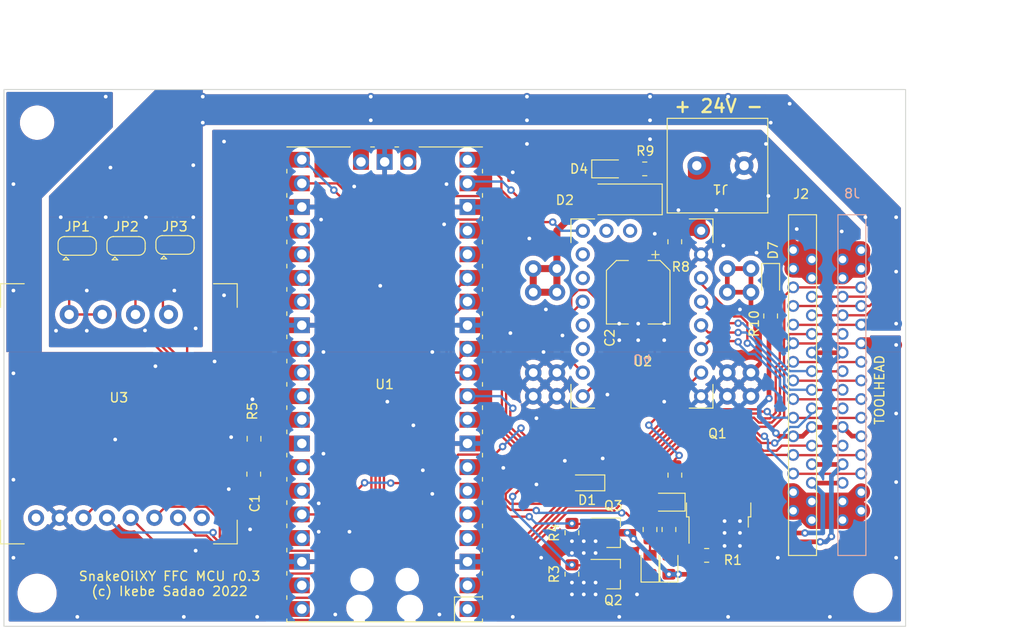
<source format=kicad_pcb>
(kicad_pcb (version 20211014) (generator pcbnew)
  (layers (0 "F.Cu" signal) (31 "B.Cu" signal) (34 "B.Paste" user) (35 "F.Paste" user) (36 "B.SilkS" user "B.Silkscreen") (37 "F.SilkS" user "F.Silkscreen") (38 "B.Mask" user) (39 "F.Mask" user) (44 "Edge.Cuts" user))
  (net 0 "")
  (net 1 "GND")
  (net 2 "+24V")
  (net 3 "HEATER_CTRL")
  (net 4 "HEATER_SW")
  (net 5 "HOTEND_FAN_CTRL")
  (net 6 "HOTEND_FAN_SW")
  (net 7 "PART_FAN_CTRL")
  (net 8 "PART_FAN_SW")
  (net 9 "+3V3")
  (net 10 "ADXL345_SDO")
  (net 11 "ADXL345_CS")
  (net 12 "ADXL345_SCL")
  (net 13 "ADXL345_SDA")
  (net 14 "E_EN")
  (net 15 "E_DIR")
  (net 16 "E_STEP")
  (net 17 "E_CS")
  (net 18 "X_HOME")
  (net 19 "+5V")
  (net 24 "STEPPER_B2")
  (net 25 "STEPPER_B1")
  (net 26 "STEPPER_A1")
  (net 27 "STEPPER_A2")
  (net 28 "Net-(D3-Pad2)")
  (net 29 "Net-(D4-Pad2)")
  (net 30 "Net-(D5-Pad2)")
  (net 31 "Net-(D6-Pad2)")
  (net 32 "PROBE_ZMIN_24V")
  (net 33 "PROBE_ZMIN")
  (net 34 "Net-(D7-Pad2)")
  (net 35 "GNDA")
  (net 36 "THERM_0")
  (net 37 "THERM_AUX_1")
  (net 38 "THERM_AUX_2")
  (net 39 "SERVO_NEOPIXEL")
  (net 40 "Net-(JP1-Pad1)")
  (net 41 "Net-(JP2-Pad1)")
  (net 42 "Net-(JP3-Pad1)")
  (net 43 "AUX1")
  (net 44 "AUX2")
  (net 45 "MAX31865_SDO")
  (net 46 "MAX31865_CS")
  (net 47 "MAX31865_CLK")
  (net 48 "MAX31865_SDI")
  (net 65 "NTC")
  (footprint "Diode_SMD:D_SMA_Handsoldering" (layer "F.Cu") (at 151.34 99.175 180)
    (fp_text reference "D2")
    (fp_text value "SMAJ28A")
  )
  (footprint "Package_TO_SOT_SMD:SOT-23_Handsoldering" (layer "F.Cu") (at 150.495 134.985)
    (fp_text reference "Q3")
    (fp_text value "PL4009")
  )
  (footprint "LED_SMD:LED_0805_2012Metric_Pad1.15x1.40mm_HandSolder" (layer "F.Cu") (at 156.337 131.699 180)
    (fp_text reference "D3" hide)
    (fp_text value "LED_0805")
  )
  (footprint "Package_TO_SOT_SMD:TO-252-2" (layer "F.Cu") (at 161.799 130.81 90)
    (fp_text reference "Q1")
    (fp_text value "WSF3085")
  )
  (footprint "MountingHole:MountingHole_3.2mm_M3" (layer "F.Cu") (at 178.37 141.478)
    (fp_text reference "REF**" hide)
    (fp_text value "MountingHole_3.2mm_M3" hide)
  )
  (footprint "ffc_connectors:motor_driver" (layer "F.Cu") (at 153.565 111.435)
    (fp_text reference "U2")
    (fp_text value "motor_driver")
  )
  (footprint "MountingHole:MountingHole_3.2mm_M3" (layer "F.Cu") (at 178.308 90.932)
    (fp_text reference "REF**" hide)
    (fp_text value "MountingHole_3.2mm_M3" hide)
  )
  (footprint "Resistor_SMD:R_0805_2012Metric_Pad1.20x1.40mm_HandSolder" (layer "F.Cu") (at 146.05 139.43 -90)
    (fp_text reference "R3")
    (fp_text value "100k")
  )
  (footprint "Jumper:SolderJumper-3_P1.3mm_Bridged12_RoundedPad1.0x1.5mm" (layer "F.Cu") (at 103.45 104.0675)
    (fp_text reference "JP3")
    (fp_text value "Jumper_3_Bridged12")
  )
  (footprint "Resistor_SMD:R_0805_2012Metric_Pad1.20x1.40mm_HandSolder" (layer "F.Cu") (at 154.432 134.636 -90)
    (fp_text reference "R6" hide)
    (fp_text value "4.7k")
  )
  (footprint "Resistor_SMD:R_0805_2012Metric_Pad1.20x1.40mm_HandSolder" (layer "F.Cu") (at 146.05 134.985 -90)
    (fp_text reference "R4")
    (fp_text value "100k")
  )
  (footprint "Jumper:SolderJumper-3_P1.3mm_Bridged12_RoundedPad1.0x1.5mm" (layer "F.Cu") (at 98.2 104.175)
    (fp_text reference "JP2")
    (fp_text value "Jumper_3_Bridged12")
  )
  (footprint "Capacitor_SMD:C_0805_2012Metric_Pad1.18x1.45mm_HandSolder" (layer "F.Cu") (at 111.93 124.8875 90)
    (fp_text reference "C1")
    (fp_text value "10u")
  )
  (footprint "Resistor_SMD:R_0805_2012Metric_Pad1.20x1.40mm_HandSolder" (layer "F.Cu") (at 160.512 137.414)
    (fp_text reference "R1")
    (fp_text value "100k")
  )
  (footprint "Jumper:SolderJumper-3_P1.3mm_Bridged12_RoundedPad1.0x1.5mm" (layer "F.Cu") (at 92.95 104.175)
    (fp_text reference "JP1")
    (fp_text value "Jumper_3_Bridged12")
  )
  (footprint "Diode_SMD:D_SOD-323_HandSoldering" (layer "F.Cu") (at 147.675 129.625 180)
    (fp_text reference "D1")
    (fp_text value "1N5819WS")
  )
  (footprint "ffc_connectors:ffc-30pin" (layer "F.Cu") (at 170.8 118.625 -90)
    (fp_text reference "J2")
    (fp_text value "Conn_01x30")
  )
  (footprint "LED_SMD:LED_0805_2012Metric_Pad1.15x1.40mm_HandSolder" (layer "F.Cu") (at 156.464 138.421 90)
    (fp_text reference "D6" hide)
    (fp_text value "LED_0805")
  )
  (footprint "Resistor_SMD:R_0805_2012Metric_Pad1.20x1.40mm_HandSolder" (layer "F.Cu") (at 111.9 128.69 90)
    (fp_text reference "R5")
    (fp_text value "4.7k")
  )
  (footprint "ffc_connectors:KF128-5.08" (layer "F.Cu") (at 161.99 95.55 180)
    (fp_text reference "J1")
    (fp_text value "KF128-5.08")
  )
  (footprint "LED_SMD:LED_0805_2012Metric_Pad1.15x1.40mm_HandSolder" (layer "F.Cu") (at 150.04 95.9)
    (fp_text reference "D4")
    (fp_text value "LED_0805")
  )
  (footprint "Resistor_SMD:R_0805_2012Metric_Pad1.20x1.40mm_HandSolder" (layer "F.Cu") (at 157.099 128.794 -90)
    (fp_text reference "R2" hide)
    (fp_text value "4.7k")
  )
  (footprint "LED_SMD:LED_0805_2012Metric_Pad1.15x1.40mm_HandSolder" (layer "F.Cu") (at 154.432 138.421 90)
    (fp_text reference "D5" hide)
    (fp_text value "LED_0805")
  )
  (footprint "RPi_Pico:RPi_Pico_SMD_TH" (layer "F.Cu") (at 125.95 119.045 180)
    (fp_text reference "U1")
    (fp_text value "Pico")
  )
  (footprint "MountingHole:MountingHole_3.2mm_M3" (layer "F.Cu") (at 88.646 141.478)
    (fp_text reference "REF**" hide)
    (fp_text value "MountingHole_3.2mm_M3" hide)
  )
  (footprint "Resistor_SMD:R_0805_2012Metric_Pad1.20x1.40mm_HandSolder" (layer "F.Cu") (at 167.3775 111.7 90)
    (fp_text reference "R10")
    (fp_text value "4.7k")
  )
  (footprint "Resistor_SMD:R_0805_2012Metric_Pad1.20x1.40mm_HandSolder" (layer "F.Cu") (at 153.865 95.9 180)
    (fp_text reference "R9")
    (fp_text value "10k")
  )
  (footprint "Resistor_SMD:R_0805_2012Metric_Pad1.20x1.40mm_HandSolder" (layer "F.Cu") (at 157.09 103.725 -90)
    (fp_text reference "R8")
    (fp_text value "100k")
  )
  (footprint "Package_TO_SOT_SMD:SOT-23_Handsoldering" (layer "F.Cu") (at 150.495 139.43)
    (fp_text reference "Q2")
    (fp_text value "PL4009")
  )
  (footprint "Resistor_SMD:R_0805_2012Metric_Pad1.20x1.40mm_HandSolder" (layer "F.Cu") (at 156.464 134.636 -90)
    (fp_text reference "R7" hide)
    (fp_text value "4.7k")
  )
  (footprint "Capacitor_SMD:CP_Elec_6.3x7.7" (layer "F.Cu") (at 153.165 109.15 -90)
    (fp_text reference "C2")
    (fp_text value "100u/35V")
  )
  (footprint "MountingHole:MountingHole_3.2mm_M3" (layer "F.Cu") (at 88.646 90.932)
    (fp_text reference "REF**" hide)
    (fp_text value "MountingHole_3.2mm_M3" hide)
  )
  (footprint "ffc_connectors:adafruit_max31865_module" (layer "F.Cu") (at 97.425 123.475)
    (fp_text reference "U3")
    (fp_text value "max31865_module")
  )
  (footprint "LED_SMD:LED_0805_2012Metric_Pad1.15x1.40mm_HandSolder" (layer "F.Cu") (at 167.3775 107.925 -90)
    (fp_text reference "D7")
    (fp_text value "LED_0805")
  )
  (footprint "ffc_connectors:dcdc_24v_5v_module" (layer "B.Cu") (at 153.581 113.467)
    (fp_text reference "U4")
    (fp_text value "dcdc_module")
  )
  (footprint "ffc_connectors:ffc-30pin" (layer "B.Cu") (at 176.1 118.625 -90)
    (fp_text reference "J8")
    (fp_text value "Conn_01x30")
  )
  (gr_rect (start 181.864 87.376) (end 85.09 145.034) (layer "Edge.Cuts") (width 0.1) (fill none))
  (gr_text "SnakeOilXY FFC MCU r0.3\n(c) Ikebe Sadao 2022" (at 102.87 140.462) (layer "F.SilkS") (effects (font (size 1 1))))
  (gr_text "+ 24V -" (at 161.798 89.154) (layer "F.SilkS") (effects (font (size 1.4 1.4) (thickness 0.25))))
  (gr_text "TOOLHEAD" (at 179.07 119.634 90) (layer "F.SilkS") (effects (font (size 1 1))))
  (segment (start 146.05 141.605) (end 147.32 141.605) (width 0.5) (layer "F.Cu") (net 1))
  (segment (start 180.665 114.625) (end 180.848 114.808) (width 1.27) (layer "F.Cu") (net 1))
  (segment (start 171.815 115.65) (end 175.149 115.65) (width 0.5) (layer "F.Cu") (net 1))
  (segment (start 146.05 137.16) (end 146.05 135.985) (width 0.5) (layer "F.Cu") (net 1))
  (segment (start 177.149 114.65) (end 169.815 114.65) (width 0.25) (layer "F.Cu") (net 1))
  (segment (start 147.32 135.89) (end 148.59 135.89) (width 0.5) (layer "F.Cu") (net 1))
  (segment (start 146.05 140.335) (end 146.05 141.605) (width 0.5) (layer "F.Cu") (net 1))
  (segment (start 147.32 137.16) (end 146.05 137.16) (width 0.5) (layer "F.Cu") (net 1))
  (segment (start 148.59 137.16) (end 147.32 137.16) (width 0.5) (layer "F.Cu") (net 1))
  (segment (start 146.05 135.89) (end 147.32 135.89) (width 0.5) (layer "F.Cu") (net 1))
  (segment (start 148.59 141.605) (end 148.59 140.335) (width 0.5) (layer "F.Cu") (net 1))
  (segment (start 177.1 114.625) (end 180.665 114.625) (width 1.27) (layer "F.Cu") (net 1))
  (segment (start 147.32 140.335) (end 146.145 140.335) (width 0.5) (layer "F.Cu") (net 1))
  (segment (start 148.59 137.16) (end 148.59 135.89) (width 0.5) (layer "F.Cu") (net 1))
  (segment (start 148.59 140.335) (end 147.32 140.335) (width 0.5) (layer "F.Cu") (net 1))
  (segment (start 147.32 141.605) (end 148.59 141.605) (width 0.5) (layer "F.Cu") (net 1))
  (via (at 155.956 114.3) (size 0.8) (drill 0.4) (layers "F.Cu" "B.Cu") (net 1))
  (via (at 164.084 135.001) (size 0.8) (drill 0.4) (layers "F.Cu" "B.Cu") (net 1))
  (via (at 145.034 113.792) (size 0.8) (drill 0.4) (layers "F.Cu" "B.Cu") (net 1))
  (via (at 166.878 93.218) (size 0.8) (drill 0.4) (layers "F.Cu" "B.Cu") (net 1))
  (via (at 119.38 126.492) (size 0.8) (drill 0.4) (layers "F.Cu" "B.Cu") (net 1))
  (via (at 164.084 133.731) (size 0.8) (drill 0.4) (layers "F.Cu" "B.Cu") (net 1))
  (via (at 101.346 117.094) (size 0.8) (drill 0.4) (layers "F.Cu" "B.Cu") (net 1))
  (via (at 132.588 97.536) (size 0.8) (drill 0.4) (layers "F.Cu" "B.Cu") (net 1))
  (via (at 155.956 120.904) (size 0.8) (drill 0.4) (layers "F.Cu" "B.Cu") (net 1))
  (via (at 86.106 117.856) (size 0.8) (drill 0.4) (layers "F.Cu" "B.Cu") (net 1))
  (via (at 138.684 128.016) (size 0.8) (drill 0.4) (layers "F.Cu" "B.Cu") (net 1))
  (via (at 164.084 136.398) (size 0.8) (drill 0.4) (layers "F.Cu" "B.Cu") (net 1))
  (via (at 161.544 100.33) (size 0.8) (drill 0.4) (layers "F.Cu" "B.Cu") (net 1))
  (via (at 86.106 129.286) (size 0.8) (drill 0.4) (layers "F.Cu" "B.Cu") (net 1))
  (via (at 149.86 120.142) (size 0.8) (drill 0.4) (layers "F.Cu" "B.Cu") (net 1))
  (via (at 148.59 135.89) (size 0.8) (drill 0.4) (layers "F.Cu" "B.Cu") (net 1))
  (via (at 104.394 144.018) (size 0.8) (drill 0.4) (layers "F.Cu" "B.Cu") (net 1))
  (via (at 147.32 135.89) (size 0.8) (drill 0.4) (layers "F.Cu" "B.Cu") (net 1))
  (via (at 162.433 135.001) (size 0.8) (drill 0.4) (layers "F.Cu" "B.Cu") (net 1))
  (via (at 105.664 136.906) (size 0.8) (drill 0.4) (layers "F.Cu" "B.Cu") (net 1))
  (via (at 180.848 122.174) (size 0.8) (drill 0.4) (layers "F.Cu" "B.Cu") (net 1))
  (via (at 143.002 115.57) (size 0.8) (drill 0.4) (layers "F.Cu" "B.Cu") (net 1))
  (via (at 145.288 127.254) (size 0.8) (drill 0.4) (layers "F.Cu" "B.Cu") (net 1))
  (via (at 153.035 141.605) (size 0.8) (drill 0.4) (layers "F.Cu" "B.Cu") (net 1))
  (via (at 180.848 114.808) (size 0.8) (drill 0.4) (layers "F.Cu" "B.Cu") (net 1))
  (via (at 153.162 114.3) (size 0.8) (drill 0.4) (layers "F.Cu" "B.Cu") (net 1))
  (via (at 165.862 104.902) (size 0.8) (drill 0.4) (layers "F.Cu" "B.Cu") (net 1))
  (via (at 111.506 134.62) (size 0.8) (drill 0.4) (layers "F.Cu" "B.Cu") (net 1))
  (via (at 119.38 115.57) (size 0.8) (drill 0.4) (layers "F.Cu" "B.Cu") (net 1))
  (via (at 96.012 88.138) (size 0.8) (drill 0.4) (layers "F.Cu" "B.Cu") (net 1))
  (via (at 118.872 131.826) (size 0.8) (drill 0.4) (layers "F.Cu" "B.Cu") (net 1))
  (via (at 180.848 129.54) (size 0.8) (drill 0.4) (layers "F.Cu" "B.Cu") (net 1))
  (via (at 86.106 97.536) (size 0.8) (drill 0.4) (layers "F.Cu" "B.Cu") (net 1))
  (via (at 162.433 136.398) (size 0.8) (drill 0.4) (layers "F.Cu" "B.Cu") (net 1))
  (via (at 170.18 102.362) (size 0.8) (drill 0.4) (layers "F.Cu" "B.Cu") (net 1))
  (via (at 109.474 124.714) (size 0.8) (drill 0.4) (layers "F.Cu" "B.Cu") (net 1))
  (via (at 107.696 116.586) (size 0.8) (drill 0.4) (layers "F.Cu" "B.Cu") (net 1))
  (via (at 126.238 120.904) (size 0.8) (drill 0.4) (layers "F.Cu" "B.Cu") (net 1))
  (via (at 132.334 101.854) (size 0.8) (drill 0.4) (layers "F.Cu" "B.Cu") (net 1))
  (via (at 129.032 123.444) (size 0.8) (drill 0.4) (layers "F.Cu" "B.Cu") (net 1))
  (via (at 162.306 104.14) (size 0.8) (drill 0.4) (layers "F.Cu" "B.Cu") (net 1))
  (via (at 108.712 109.474) (size 0.8) (drill 0.4) (layers "F.Cu" "B.Cu") (net 1))
  (via (at 125.476 108.458) (size 0.8) (drill 0.4) (layers "F.Cu" "B.Cu") (net 1))
  (via (at 154.94 102.87) (size 0.8) (drill 0.4) (layers "F.Cu" "B.Cu") (net 1))
  (via (at 108.712 92.964) (size 0.8) (drill 0.4) (layers "F.Cu" "B.Cu") (net 1))
  (via (at 168.148 137.668) (size 0.8) (drill 0.4) (layers "F.Cu" "B.Cu") (net 1))
  (via (at 92.964 144.018) (size 0.8) (drill 0.4) (layers "F.Cu" "B.Cu") (net 1))
  (via (at 122.174 134.874) (size 0.8) (drill 0.4) (layers "F.Cu" "B.Cu") (net 1))
  (via (at 148.59 141.605) (size 0.8) (drill 0.4) (layers "F.Cu" "B.Cu") (net 1))
  (via (at 149.352 127) (size 0.8) (drill 0.4) (layers "F.Cu" "B.Cu") (net 1))
  (via (at 143.256 110.998) (size 0.8) (drill 0.4) (layers "F.Cu" "B.Cu") (net 1))
  (via (at 141.224 93.218) (size 0.8) (drill 0.4) (layers "F.Cu" "B.Cu") (net 1))
  (via (at 151.13 144.018) (size 0.8) (drill 0.4) (layers "F.Cu" "B.Cu") (net 1))
  (via (at 173.736 144.018) (size 0.8) (drill 0.4) (layers "F.Cu" "B.Cu") (net 1))
  (via (at 131.064 130.81) (size 0.8) (drill 0.4) (layers "F.Cu" "B.Cu") (net 1))
  (via (at 162.433 133.731) (size 0.8) (drill 0.4) (layers "F.Cu" "B.Cu") (net 1))
  (via (at 139.446 113.538) (size 0.8) (drill 0.4) (layers "F.Cu" "B.Cu") (net 1))
  (via (at 142.748 137.668) (size 0.8) (drill 0.4) (layers "F.Cu" "B.Cu") (net 1))
  (via (at 147.32 141.605) (size 0.8) (drill 0.4) (layers "F.Cu" "B.Cu") (net 1))
  (via (at 142.24 129.794) (size 0.8) (drill 0.4) (layers "F.Cu" "B.Cu") (net 1))
  (via (at 146.05 135.89) (size 0.8) (drill 0.4) (layers "F.Cu" "B.Cu") (net 1))
  (via (at 148.59 140.335) (size 0.8) (drill 0.4) (layers "F.Cu" "B.Cu") (net 1))
  (via (at 162.814 144.018) (size 0.8) (drill 0.4) (layers "F.Cu" "B.Cu") (net 1))
  (via (at 97.028 124.968) (size 0.8) (drill 0.4) (layers "F.Cu" "B.Cu") (net 1))
  (via (at 167.132 98.806) (size 0.8) (drill 0.4) (layers "F.Cu" "B.Cu") (net 1))
  (via (at 111.76 120.65) (size 0.8) (drill 0.4) (layers "F.Cu" "B.Cu") (net 1))
  (via (at 119.126 101.346) (size 0.8) (drill 0.4) (layers "F.Cu" "B.Cu") (net 1))
  (via (at 131.826 143.764) (size 0.8) (drill 0.4) (layers "F.Cu" "B.Cu") (net 1))
  (via (at 122.682 97.79) (size 0.8) (drill 0.4) (layers "F.Cu" "B.Cu") (net 1))
  (via (at 180.848 137.668) (size 0.8) (drill 0.4) (layers "F.Cu" "B.Cu") (net 1))
  (via (at 120.65 143.764) (size 0.8) (drill 0.4) (layers "F.Cu" "B.Cu") (net 1))
  (via (at 118.872 134.874) (size 0.8) (drill 0.4) (layers "F.Cu" "B.Cu") (net 1))
  (via (at 86.106 137.668) (size 0.8) (drill 0.4) (layers "F.Cu" "B.Cu") (net 1))
  (via (at 130.048 128.27) (size 0.8) (drill 0.4) (layers "F.Cu" "B.Cu") (net 1))
  (via (at 164.084 110.998) (size 0.8) (drill 0.4) (layers "F.Cu" "B.Cu") (net 1))
  (via (at 146.05 141.605) (size 0.8) (drill 0.4) (layers "F.Cu" "B.Cu") (net 1))
  (via (at 131.064 115.57) (size 0.8) (drill 0.4) (layers "F.Cu" "B.Cu") (net 1))
  (via (at 112.268 144.018) (size 0.8) (drill 0.4) (layers "F.Cu" "B.Cu") (net 1))
  (via (at 139.7 96.266) (size 0.8) (drill 0.4) (layers "F.Cu" "B.Cu") (net 1))
  (via (at 86.106 108.966) (size 0.8) (drill 0.4) (layers "F.Cu" "B.Cu") (net 1))
  (via (at 109.22 130.302) (size 0.8) (drill 0.4) (layers "F.Cu" "B.Cu") (net 1))
  (via (at 146.05 140.335) (size 0.8) (drill 0.4) (layers "F.Cu" "B.Cu") (net 1))
  (via (at 147.32 140.335) (size 0.8) (drill 0.4) (layers "F.Cu" "B.Cu") (net 1))
  (via (at 146.05 137.16) (size 0.8) (drill 0.4) (layers "F.Cu" "B.Cu") (net 1))
  (via (at 154.432 92.71) (size 0.8) (drill 0.4) (layers "F.Cu" "B.Cu") (net 1))
  (via (at 139.7 144.018) (size 0.8) (drill 0.4) (layers "F.Cu" "B.Cu") (net 1))
  (via (at 175.006 102.616) (size 0.8) (drill 0.4) (layers "F.Cu" "B.Cu") (net 1))
  (via (at 147.32 137.16) (size 0.8) (drill 0.4) (layers "F.Cu" "B.Cu") (net 1))
  (via (at 142.24 122.682) (size 0.8) (drill 0.4) (layers "F.Cu" "B.Cu") (net 1))
  (via (at 151.13 114.3) (size 0.8) (drill 0.4) (layers "F.Cu" "B.Cu") (net 1))
  (via (at 155.956 112.522) (size 0.8) (drill 0.4) (layers "F.Cu" "B.Cu") (net 1))
  (via (at 141.478 103.378) (size 0.8) (drill 0.4) (layers "F.Cu" "B.Cu") (net 1))
  (via (at 151.13 112.522) (size 0.8) (drill 0.4) (layers "F.Cu" "B.Cu") (net 1))
  (via (at 157.48 100.33) (size 0.8) (drill 0.4) (layers "F.Cu" "B.Cu") (net 1))
  (via (at 148.59 137.16) (size 0.8) (drill 0.4) (layers "F.Cu" "B.Cu") (net 1))
  (via (at 153.162 112.522) (size 0.8) (drill 0.4) (layers "F.Cu" "B.Cu") (net 1))
  (segment (start 157.09 102.725) (end 159.735 102.725) (width 0.75) (layer "F.Cu") (net 2))
  (segment (start 171.8 105.625) (end 175.1 105.625) (width 1.905) (layer "F.Cu") (net 2))
  (segment (start 169.8 104.625) (end 168.525 104.625) (width 1.905) (layer "F.Cu") (net 2))
  (segment (start 144.437 106.609) (end 141.897 106.609) (width 0.75) (layer "F.Cu") (net 2))
  (segment (start 177.1 104.625) (end 176.1 104.625) (width 1.905) (layer "F.Cu") (net 2))
  (segment (start 176.1 104.625) (end 175.1 105.625) (width 1.905) (layer "F.Cu") (net 2))
  (segment (start 169.8 106.625) (end 171.0775 106.625) (width 1.905) (layer "F.Cu") (net 2))
  (segment (start 177.1 104.625) (end 169.8 104.625) (width 1.905) (layer "F.Cu") (net 2))
  (segment (start 177.1 106.625) (end 175.8225 106.625) (width 1.905) (layer "F.Cu") (net 2))
  (segment (start 170.525 106.625) (end 168.525 104.625) (width 1.905) (layer "F.Cu") (net 2))
  (segment (start 157.099 127.136276) (end 157.557638 126.677638) (width 0.25) (layer "F.Cu") (net 2))
  (segment (start 175.8225 106.625) (end 175.1 107.3475) (width 1.905) (layer "F.Cu") (net 2))
  (segment (start 171.0775 106.625) (end 171.8 107.3475) (width 1.905) (layer "F.Cu") (net 2))
  (segment (start 144.437 109.149) (end 144.437 106.609) (width 0.75) (layer "F.Cu") (net 2))
  (segment (start 146.08 100.9) (end 144.437 102.543) (width 0.75) (layer "F.Cu") (net 2))
  (segment (start 171.8 107.3475) (end 175.1 107.3475) (width 1.905) (layer "F.Cu") (net 2))
  (segment (start 168.525 104.625) (end 159.45 95.55) (width 1.905) (layer "F.Cu") (net 2))
  (segment (start 157.099 127.794) (end 157.099 127.136276) (width 0.25) (layer "F.Cu") (net 2))
  (segment (start 153.84 99.175) (end 152.115 100.9) (width 0.75) (layer "F.Cu") (net 2))
  (segment (start 159.45 102.08) (end 159.915 102.545) (width 1.905) (layer "F.Cu") (net 2))
  (segment (start 153.84 96.925) (end 153.84 99.175) (width 0.25) (layer "F.Cu") (net 2))
  (segment (start 157.099 127.794) (end 154.051 130.842) (width 0.25) (layer "F.Cu") (net 2))
  (segment (start 154.94 122.791986) (end 154.305993 123.425993) (width 0.25) (layer "F.Cu") (net 2))
  (segment (start 152.115 100.9) (end 146.08 100.9) (width 0.75) (layer "F.Cu") (net 2))
  (segment (start 177.1 106.625) (end 170.525 106.625) (width 1.905) (layer "F.Cu") (net 2))
  (segment (start 159.45 95.55) (end 159.45 102.08) (width 1.905) (layer "F.Cu") (net 2))
  (segment (start 157.09 102.725) (end 157.09 102.425) (width 0.75) (layer "F.Cu") (net 2))
  (segment (start 160.725 95.55) (end 169.8 104.625) (width 1.905) (layer "F.Cu") (net 2))
  (segment (start 141.897 106.609) (end 141.897 109.149) (width 0.75) (layer "F.Cu") (net 2))
  (segment (start 154.94 108.225) (end 154.94 122.791986) (width 0.25) (layer "F.Cu") (net 2))
  (segment (start 154.865 95.9) (end 153.84 96.925) (width 0.25) (layer "F.Cu") (net 2))
  (segment (start 159.45 95.55) (end 160.725 95.55) (width 1.905) (layer "F.Cu") (net 2))
  (segment (start 157.09 102.425) (end 153.84 99.175) (width 0.75) (layer "F.Cu") (net 2))
  (segment (start 154.051 130.842) (end 154.051 133.255) (width 0.25) (layer "F.Cu") (net 2))
  (segment (start 156.464 133.636) (end 154.432 133.636) (width 0.25) (layer "F.Cu") (net 2))
  (segment (start 144.437 102.543) (end 144.437 106.609) (width 0.75) (layer "F.Cu") (net 2))
  (segment (start 177.1 106.625) (end 177.1 104.625) (width 1.905) (layer "F.Cu") (net 2))
  (segment (start 153.365 106.45) (end 157.09 102.725) (width 0.75) (layer "F.Cu") (net 2))
  (segment (start 144.437 109.149) (end 141.897 109.149) (width 0.75) (layer "F.Cu") (net 2))
  (segment (start 153.165 106.45) (end 154.94 108.225) (width 0.25) (layer "F.Cu") (net 2))
  (via (at 157.557638 126.677638) (size 0.8) (drill 0.4) (layers "F.Cu" "B.Cu") (net 2))
  (via (at 154.305993 123.425993) (size 0.8) (drill 0.4) (layers "F.Cu" "B.Cu") (net 2))
  (segment (start 154.17 123.561986) (end 154.305993 123.425993) (width 0.25) (layer "B.Cu") (net 2))
  (segment (start 154.5 123.62) (end 154.17 123.62) (width 0.25) (layer "B.Cu") (net 2))
  (segment (start 154.17 123.62) (end 154.17 123.561986) (width 0.25) (layer "B.Cu") (net 2))
  (segment (start 157.557638 126.677638) (end 154.5 123.62) (width 0.25) (layer "B.Cu") (net 2))
  (segment (start 151.856839 132.847817) (end 153.720502 134.71148) (width 0.25) (layer "F.Cu") (net 3))
  (segment (start 138.5 131.566396) (end 138.5 129.985) (width 0.25) (layer "F.Cu") (net 3))
  (segment (start 139.464104 132.5305) (end 138.5 131.566396) (width 0.25) (layer "F.Cu") (net 3))
  (segment (start 142.219068 132.597145) (end 142.152423 132.5305) (width 0.25) (layer "F.Cu") (net 3))
  (segment (start 159.512 137.414) (end 159.512 135.017) (width 0.25) (layer "F.Cu") (net 3))
  (segment (start 142.152423 132.5305) (end 139.464104 132.5305) (width 0.25) (layer "F.Cu") (net 3))
  (segment (start 138.5 129.985) (end 136.45 127.935) (width 0.25) (layer "F.Cu") (net 3))
  (segment (start 153.720502 134.71148) (end 159.22048 134.71148) (width 0.25) (layer "F.Cu") (net 3))
  (segment (start 151.387459 132.847817) (end 151.856839 132.847817) (width 0.25) (layer "F.Cu") (net 3))
  (via (at 151.387459 132.847817) (size 0.8) (drill 0.4) (layers "F.Cu" "B.Cu") (net 3))
  (via (at 142.219068 132.597145) (size 0.8) (drill 0.4) (layers "F.Cu" "B.Cu") (net 3))
  (segment (start 142.46974 132.847817) (end 151.387459 132.847817) (width 0.25) (layer "B.Cu") (net 3))
  (segment (start 142.219068 132.597145) (end 142.46974 132.847817) (width 0.25) (layer "B.Cu") (net 3))
  (segment (start 175.1 133.625) (end 176.1 133.625) (width 1.905) (layer "F.Cu") (net 4))
  (segment (start 175.1 131.625) (end 176.1 131.625) (width 1.905) (layer "F.Cu") (net 4))
  (segment (start 171.8 131.625) (end 164.714 131.625) (width 1.905) (layer "F.Cu") (net 4))
  (segment (start 175.1 131.625) (end 171.8 131.625) (width 1.905) (layer "F.Cu") (net 4))
  (segment (start 177.1 132.625) (end 169.8 132.625) (width 1.905) (layer "F.Cu") (net 4))
  (segment (start 169.8 132.625) (end 167.775 132.625) (width 1.905) (layer "F.Cu") (net 4))
  (segment (start 171.8 131.625) (end 170.8 131.625) (width 1.905) (layer "F.Cu") (net 4))
  (segment (start 170.8 131.625) (end 169.8 130.625) (width 1.905) (layer "F.Cu") (net 4))
  (segment (start 175.1 133.625) (end 171.8 133.625) (width 1.905) (layer "F.Cu") (net 4))
  (segment (start 169.8 132.625) (end 165.714 132.625) (width 1.905) (layer "F.Cu") (net 4))
  (segment (start 158.81 131.699) (end 161.799 128.71) (width 0.25) (layer "F.Cu") (net 4))
  (segment (start 170.8 132.625) (end 171.8 133.625) (width 1.905) (layer "F.Cu") (net 4))
  (segment (start 164.714 131.625) (end 161.799 128.71) (width 1.905) (layer "F.Cu") (net 4))
  (segment (start 157.362 131.699) (end 158.81 131.699) (width 0.25) (layer "F.Cu") (net 4))
  (segment (start 169.8 130.625) (end 168.195 130.625) (width 1.905) (layer "F.Cu") (net 4))
  (segment (start 168.195 130.625) (end 166.28 128.71) (width 1.905) (layer "F.Cu") (net 4))
  (segment (start 165.714 132.625) (end 161.799 128.71) (width 1.905) (layer "F.Cu") (net 4))
  (segment (start 166.28 128.71) (end 161.799 128.71) (width 1.905) (layer "F.Cu") (net 4))
  (segment (start 176.1 133.625) (end 177.1 132.625) (width 1.905) (layer "F.Cu") (net 4))
  (segment (start 169.8 132.625) (end 170.8 132.625) (width 1.905) (layer "F.Cu") (net 4))
  (segment (start 176.1 131.625) (end 177.1 130.625) (width 1.905) (layer "F.Cu") (net 4))
  (segment (start 167.775 132.625) (end 165.05 129.9) (width 1.905) (layer "F.Cu") (net 4))
  (segment (start 138.533198 116.003198) (end 138.533198 123.991593) (width 0.25) (layer "F.Cu") (net 5))
  (segment (start 140.44 130.3345) (end 139.684549 131.089951) (width 0.25) (layer "F.Cu") (net 5))
  (segment (start 137.815 115.285) (end 138.533198 116.003198) (width 0.25) (layer "F.Cu") (net 5))
  (segment (start 140.44 125.898396) (end 140.44 130.3345) (width 0.25) (layer "F.Cu") (net 5))
  (segment (start 137.8225 106.4475) (end 137.815 106.455) (width 0.25) (layer "F.Cu") (net 5))
  (segment (start 137.815 106.455) (end 137.815 115.285) (width 0.25) (layer "F.Cu") (net 5))
  (segment (start 146.1 138.48) (end 148.995 138.48) (width 0.25) (layer "F.Cu") (net 5))
  (segment (start 136.45 105.075) (end 137.8225 106.4475) (width 0.25) (layer "F.Cu") (net 5))
  (segment (start 138.533198 123.991593) (end 140.44 125.898396) (width 0.25) (layer "F.Cu") (net 5))
  (via (at 146.05 138.43) (size 0.8) (drill 0.4) (layers "F.Cu" "B.Cu") (net 5))
  (via (at 139.684549 131.089951) (size 0.8) (drill 0.4) (layers "F.Cu" "B.Cu") (net 5))
  (segment (start 139.684549 131.089951) (end 139.684549 132.498332) (width 0.25) (layer "B.Cu") (net 5))
  (segment (start 139.684549 132.498332) (end 145.616217 138.43) (width 0.25) (layer "B.Cu") (net 5))
  (segment (start 145.616217 138.43) (end 146.05 138.43) (width 0.25) (layer "B.Cu") (net 5))
  (segment (start 175.149 127.65) (end 171.815 127.65) (width 0.5) (layer "F.Cu") (net 6))
  (segment (start 173.326393 135.95452) (end 167.69548 135.95452) (width 0.5) (layer "F.Cu") (net 6))
  (segment (start 167.69548 135.95452) (end 162.35 141.3) (width 0.5) (layer "F.Cu") (net 6))
  (segment (start 156.25 141.3) (end 154.432 139.482) (width 0.5) (layer "F.Cu") (net 6))
  (segment (start 162.35 141.3) (end 156.25 141.3) (width 0.5) (layer "F.Cu") (net 6))
  (segment (start 154.432 139.446) (end 152.011 139.446) (width 0.5) (layer "F.Cu") (net 6))
  (segment (start 173.897419 135.383494) (end 173.326393 135.95452) (width 0.5) (layer "F.Cu") (net 6))
  (via (at 173.897419 135.383494) (size 0.8) (drill 0.4) (layers "F.Cu" "B.Cu") (net 6))
  (via (at 172.694997 135.960772) (size 0.8) (drill 0.4) (layers "F.Cu" "B.Cu") (net 6))
  (segment (start 172.694997 135.960772) (end 173.320141 135.960772) (width 0.5) (layer "B.Cu") (net 6))
  (segment (start 173.320141 135.960772) (end 173.897419 135.383494) (width 0.5) (layer "B.Cu") (net 6))
  (segment (start 173.897419 128.901581) (end 175.149 127.65) (width 0.5) (layer "B.Cu") (net 6))
  (segment (start 173.897419 135.383494) (end 173.897419 128.901581) (width 0.5) (layer "B.Cu") (net 6))
  (segment (start 148.995 134.035) (end 146.1 134.035) (width 0.25) (layer "F.Cu") (net 7))
  (segment (start 136.45 130.475) (end 139.2305 133.2555) (width 0.25) (layer "F.Cu") (net 7))
  (segment (start 139.2305 133.2555) (end 141.467022 133.2555) (width 0.25) (layer "F.Cu") (net 7))
  (via (at 141.467022 133.2555) (size 0.8) (drill 0.4) (layers "F.Cu" "B.Cu") (net 7))
  (via (at 146.05 133.985) (size 0.8) (drill 0.4) (layers "F.Cu" "B.Cu") (net 7))
  (segment (start 141.467022 133.2555) (end 142.196522 133.985) (width 0.25) (layer "B.Cu") (net 7))
  (segment (start 142.196522 133.985) (end 146.05 133.985) (width 0.25) (layer "B.Cu") (net 7))
  (segment (start 158.75 139.446) (end 159.639 140.335) (width 0.5) (layer "F.Cu") (net 8))
  (segment (start 171.815 129.65) (end 175.149 129.65) (width 0.5) (layer "F.Cu") (net 8))
  (segment (start 152.003 134.985) (end 152.654 135.636) (width 0.5) (layer "F.Cu") (net 8))
  (segment (start 157.48 139.446) (end 158.75 139.446) (width 0.5) (layer "F.Cu") (net 8))
  (segment (start 167.248591 135.011409) (end 171.058591 135.011409) (width 0.5) (layer "F.Cu") (net 8))
  (segment (start 159.639 140.335) (end 161.925 140.335) (width 0.5) (layer "F.Cu") (net 8))
  (segment (start 161.925 140.335) (end 167.248591 135.011409) (width 0.5) (layer "F.Cu") (net 8))
  (via (at 151.995 134.985) (size 0.8) (drill 0.4) (layers "F.Cu" "B.Cu") (net 8))
  (via (at 156.464 139.446) (size 0.8) (drill 0.4) (layers "F.Cu" "B.Cu") (net 8))
  (via (at 152.654 135.636) (size 0.8) (drill 0.4) (layers "F.Cu" "B.Cu") (net 8))
  (via (at 157.48 139.446) (size 0.8) (drill 0.4) (layers "F.Cu" "B.Cu") (net 8))
  (via (at 171.058591 135.011409) (size 0.8) (drill 0.4) (layers "F.Cu" "B.Cu") (net 8))
  (segment (start 156.464 139.446) (end 157.48 139.446) (width 0.5) (layer "B.Cu") (net 8))
  (segment (start 171.069 135.001) (end 171.058591 135.011409) (width 0.5) (layer "B.Cu") (net 8))
  (segment (start 152.654 135.636) (end 152.003 134.985) (width 0.5) (layer "B.Cu") (net 8))
  (segment (start 156.464 139.446) (end 152.654 135.636) (width 0.5) (layer "B.Cu") (net 8))
  (segment (start 152.003 134.985) (end 151.995 134.985) (width 0.5) (layer "B.Cu") (net 8))
  (segment (start 172.974 130.809) (end 171.815 129.65) (width 0.5) (layer "B.Cu") (net 8))
  (segment (start 172.974 135.001) (end 171.069 135.001) (width 0.5) (layer "B.Cu") (net 8))
  (segment (start 172.974 135.001) (end 172.974 130.809) (width 0.5) (layer "B.Cu") (net 8))
  (segment (start 169.815 122.65) (end 177.149 122.65) (width 0.25) (layer "F.Cu") (net 9))
  (segment (start 166.354248 121.967852) (end 166.111396 121.725) (width 0.25) (layer "F.Cu") (net 9))
  (segment (start 140.584497 123.745503) (end 140.584497 124.133705) (width 0.25) (layer "F.Cu") (net 9))
  (segment (start 117.06 133.015) (end 120.3955 133.015) (width 0.25) (layer "F.Cu") (net 9))
  (segment (start 107.63 131.71) (end 108.65 131.71) (width 0.25) (layer "F.Cu") (net 9))
  (segment (start 112.41 131.71) (end 113.715 133.015) (width 0.25) (layer "F.Cu") (net 9))
  (segment (start 167.007853 121.967852) (end 166.354248 121.967852) (width 0.25) (layer "F.Cu") (net 9))
  (segment (start 95.286 131.71) (end 107.63 131.71) (width 0.25) (layer "F.Cu") (net 9))
  (segment (start 144.750792 128.3) (end 150.456584 128.3) (width 0.25) (layer "F.Cu") (net 9))
  (segment (start 120.3955 133.015) (end 123.8005 129.61) (width 0.25) (layer "F.Cu") (net 9))
  (segment (start 157.031584 121.725) (end 166.111396 121.725) (width 0.25) (layer "F.Cu") (net 9))
  (segment (start 111.9 131.2) (end 111.9 129.69) (width 0.25) (layer "F.Cu") (net 9))
  (segment (start 126.5995 129.65) (end 130.79 129.65) (width 0.25) (layer "F.Cu") (net 9))
  (segment (start 157.031584 120.668416) (end 159.915 117.785) (width 0.25) (layer "F.Cu") (net 9))
  (segment (start 110.98 131.71) (end 110.31 131.71) (width 0.25) (layer "F.Cu") (net 9))
  (segment (start 112.44 131.74) (end 111.9 131.2) (width 0.25) (layer "F.Cu") (net 9))
  (segment (start 113.715 133.015) (end 112.44 131.74) (width 0.25) (layer "F.Cu") (net 9))
  (segment (start 137.75 126.59) (end 138.610305 125.729695) (width 0.25) (layer "F.Cu") (net 9))
  (segment (start 130.79 129.65) (end 133.85 126.59) (width 0.25) (layer "F.Cu") (net 9))
  (segment (start 108.65 131.71) (end 110.31 131.71) (width 0.25) (layer "F.Cu") (net 9))
  (segment (start 140.584497 124.133705) (end 144.750792 128.3) (width 0.25) (layer "F.Cu") (net 9))
  (segment (start 107.63 131.71) (end 112.41 131.71) (width 0.25) (layer "F.Cu") (net 9))
  (segment (start 133.85 126.59) (end 137.75 126.59) (width 0.25) (layer "F.Cu") (net 9))
  (segment (start 157.031584 121.725) (end 157.031584 120.668416) (width 0.25) (layer "F.Cu") (net 9))
  (segment (start 150.456584 128.3) (end 157.031584 121.725) (width 0.25) (layer "F.Cu") (net 9))
  (segment (start 93.615 133.381) (end 95.286 131.71) (width 0.25) (layer "F.Cu") (net 9))
  (segment (start 117.06 133.015) (end 113.715 133.015) (width 0.25) (layer "F.Cu") (net 9))
  (via (at 167.007853 121.967852) (size 0.8) (drill 0.4) (layers "F.Cu" "B.Cu") (net 9))
  (via (at 126.5995 129.65) (size 0.8) (drill 0.4) (layers "F.Cu" "B.Cu") (net 9))
  (via (at 123.8005 129.61) (size 0.8) (drill 0.4) (layers "F.Cu" "B.Cu") (net 9))
  (via (at 140.584497 123.745503) (size 0.8) (drill 0.4) (layers "F.Cu" "B.Cu") (net 9))
  (via (at 138.610305 125.729695) (size 0.8) (drill 0.4) (layers "F.Cu" "B.Cu") (net 9))
  (segment (start 167.665001 122.625) (end 169.8 122.625) (width 0.25) (layer "B.Cu") (net 9))
  (segment (start 167.007853 121.967852) (end 167.665001 122.625) (width 0.25) (layer "B.Cu") (net 9))
  (segment (start 140.41 123.93) (end 140.584497 123.755503) (width 0.25) (layer "B.Cu") (net 9))
  (segment (start 126.5595 129.61) (end 126.5995 129.65) (width 0.25) (layer "B.Cu") (net 9))
  (segment (start 140.584497 123.755503) (end 140.584497 123.745503) (width 0.25) (layer "B.Cu") (net 9))
  (segment (start 123.8005 129.61) (end 126.5595 129.61) (width 0.25) (layer "B.Cu") (net 9))
  (segment (start 138.610305 125.729695) (end 140.41 123.93) (width 0.25) (layer "B.Cu") (net 9))
  (segment (start 169.8 126.625) (end 166.4 126.625) (width 0.25) (layer "F.Cu") (net 10))
  (segment (start 166.4 126.625) (end 164.65 124.875) (width 0.25) (layer "F.Cu") (net 10))
  (segment (start 138.41 141.215) (end 136.45 143.175) (width 0.25) (layer "F.Cu") (net 10))
  (segment (start 164.65 124.875) (end 158.335678 124.875) (width 0.25) (layer "F.Cu") (net 10))
  (segment (start 158.335678 124.875) (end 150.602118 132.60856) (width 0.25) (layer "F.Cu") (net 10))
  (segment (start 150.602118 132.60856) (end 145.72144 132.60856) (width 0.25) (layer "F.Cu") (net 10))
  (segment (start 138.41 139.92) (end 138.41 141.215) (width 0.25) (layer "F.Cu") (net 10))
  (segment (start 169.815 126.65) (end 177.149 126.65) (width 0.25) (layer "F.Cu") (net 10))
  (segment (start 145.72144 132.60856) (end 138.41 139.92) (width 0.25) (layer "F.Cu") (net 10))
  (segment (start 168.559 125.625) (end 171.8 125.625) (width 0.25) (layer "F.Cu") (net 11))
  (segment (start 164.836396 124.425) (end 166.586396 126.175) (width 0.25) (layer "F.Cu") (net 11))
  (segment (start 150.416398 132.15856) (end 158.14996 124.425) (width 0.25) (layer "F.Cu") (net 11))
  (segment (start 158.14996 124.425) (end 164.836396 124.425) (width 0.25) (layer "F.Cu") (net 11))
  (segment (start 168.009 126.175) (end 168.559 125.625) (width 0.25) (layer "F.Cu") (net 11))
  (segment (start 145.535044 132.15856) (end 137.058604 140.635) (width 0.25) (layer "F.Cu") (net 11))
  (segment (start 166.586396 126.175) (end 168.009 126.175) (width 0.25) (layer "F.Cu") (net 11))
  (segment (start 175.149 125.65) (end 171.815 125.65) (width 0.25) (layer "F.Cu") (net 11))
  (segment (start 145.535044 132.15856) (end 150.416398 132.15856) (width 0.25) (layer "F.Cu") (net 11))
  (segment (start 145.348648 131.70856) (end 141.502208 135.555) (width 0.25) (layer "F.Cu") (net 12))
  (segment (start 175.1 121.625) (end 171.8 121.625) (width 0.25) (layer "F.Cu") (net 12))
  (segment (start 141.502208 135.555) (end 134.84 135.555) (width 0.25) (layer "F.Cu") (net 12))
  (segment (start 165.022792 123.975) (end 165.333896 124.286104) (width 0.25) (layer "F.Cu") (net 12))
  (segment (start 166.391987 125.344195) (end 167.8145 125.344195) (width 0.25) (layer "F.Cu") (net 12))
  (segment (start 157.963564 123.975) (end 150.230002 131.70856) (width 0.25) (layer "F.Cu") (net 12))
  (segment (start 165.333896 124.286104) (end 166.197792 125.15) (width 0.25) (layer "F.Cu") (net 12))
  (segment (start 166.391987 125.344195) (end 165.918896 124.871104) (width 0.25) (layer "F.Cu") (net 12))
  (segment (start 165.022792 123.975) (end 157.963564 123.975) (width 0.25) (layer "F.Cu") (net 12))
  (segment (start 150.230002 131.70856) (end 145.348648 131.70856) (width 0.25) (layer "F.Cu") (net 12))
  (segment (start 165.918896 124.871104) (end 165.022792 123.975) (width 0.25) (layer "F.Cu") (net 12))
  (via (at 167.8145 125.344195) (size 0.8) (drill 0.4) (layers "F.Cu" "B.Cu") (net 12))
  (segment (start 169.442354 123.625) (end 170.325 123.625) (width 0.25) (layer "B.Cu") (net 12))
  (segment (start 167.8145 125.344195) (end 168.005805 125.344195) (width 0.25) (layer "B.Cu") (net 12))
  (segment (start 170.325 123.625) (end 171.8 122.15) (width 0.25) (layer "B.Cu") (net 12))
  (segment (start 168.84 124.227354) (end 169.442354 123.625) (width 0.25) (layer "B.Cu") (net 12))
  (segment (start 168.84 124.51) (end 168.84 124.227354) (width 0.25) (layer "B.Cu") (net 12))
  (segment (start 171.8 122.15) (end 171.8 121.625) (width 0.25) (layer "B.Cu") (net 12))
  (segment (start 168.005805 125.344195) (end 168.84 124.51) (width 0.25) (layer "B.Cu") (net 12))
  (segment (start 169.815 128.65) (end 177.149 128.65) (width 0.25) (layer "F.Cu") (net 13))
  (segment (start 136.695 133.015) (end 138.785 135.105) (width 0.25) (layer "F.Cu") (net 13))
  (segment (start 138.785 135.105) (end 141.315812 135.105) (width 0.25) (layer "F.Cu") (net 13))
  (segment (start 166.705491 124.619695) (end 166.303883 124.619695) (width 0.25) (layer "F.Cu") (net 13))
  (segment (start 150.043606 131.25856) (end 157.777168 123.525) (width 0.25) (layer "F.Cu") (net 13))
  (segment (start 166.303883 124.619695) (end 165.209188 123.525) (width 0.25) (layer "F.Cu") (net 13))
  (segment (start 145.162252 131.25856) (end 150.043606 131.25856) (width 0.25) (layer "F.Cu") (net 13))
  (segment (start 141.315812 135.105) (end 145.162252 131.25856) (width 0.25) (layer "F.Cu") (net 13))
  (segment (start 157.777168 123.525) (end 165.209188 123.525) (width 0.25) (layer "F.Cu") (net 13))
  (via (at 166.705491 124.619695) (size 0.8) (drill 0.4) (layers "F.Cu" "B.Cu") (net 13))
  (segment (start 167.09 125.004204) (end 166.705491 124.619695) (width 0.25) (layer "B.Cu") (net 13))
  (segment (start 167.09 125.915) (end 167.09 125.004204) (width 0.25) (layer "B.Cu") (net 13))
  (segment (start 167.09 125.915) (end 169.8 128.625) (width 0.25) (layer "B.Cu") (net 13))
  (segment (start 140.333198 99.829806) (end 142.116696 101.613304) (width 0.25) (layer "F.Cu") (net 14))
  (segment (start 140.333198 99.002204) (end 140.333198 99.829806) (width 0.25) (layer "F.Cu") (net 14))
  (segment (start 139.510497 98.179503) (end 140.333198 99.002204) (width 0.25) (layer "F.Cu") (net 14))
  (segment (start 142.116696 101.613304) (end 143.988543 101.613304) (width 0.25) (layer "F.Cu") (net 14))
  (via (at 139.510497 98.179503) (size 0.8) (drill 0.4) (layers "F.Cu" "B.Cu") (net 14))
  (via (at 143.988543 101.613304) (size 0.8) (drill 0.4) (layers "F.Cu" "B.Cu") (net 14))
  (segment (start 135.034799 97.260201) (end 138.591195 97.260201) (width 0.25) (layer "B.Cu") (net 14))
  (segment (start 138.591195 97.260201) (end 139.510497 98.179503) (width 0.25) (layer "B.Cu") (net 14))
  (segment (start 143.988543 101.613304) (end 144.920239 102.545) (width 0.25) (layer "B.Cu") (net 14))
  (segment (start 144.920239 102.545) (end 147.215 102.545) (width 0.25) (layer "B.Cu") (net 14))
  (segment (start 147.73 108.92) (end 146.71 108.92) (width 0.25) (layer "F.Cu") (net 15))
  (segment (start 136.45 94.915) (end 138.48 96.945) (width 0.25) (layer "F.Cu") (net 15))
  (segment (start 145.98 109.65) (end 145.98 110.763604) (width 0.25) (layer "F.Cu") (net 15))
  (segment (start 138.48 98.173604) (end 139.883198 99.576802) (width 0.25) (layer "F.Cu") (net 15))
  (segment (start 138.48 96.945) (end 138.48 98.173604) (width 0.25) (layer "F.Cu") (net 15))
  (segment (start 147.215 120.325) (end 148.75 118.79) (width 0.25) (layer "F.Cu") (net 15))
  (segment (start 144.903604 111.84) (end 141.216396 111.84) (width 0.25) (layer "F.Cu") (net 15))
  (segment (start 139.883198 110.506802) (end 139.883198 99.576802) (width 0.25) (layer "F.Cu") (net 15))
  (segment (start 148.75 109.94) (end 147.73 108.92) (width 0.25) (layer "F.Cu") (net 15))
  (segment (start 141.216396 111.84) (end 139.883198 110.506802) (width 0.25) (layer "F.Cu") (net 15))
  (segment (start 148.75 118.79) (end 148.75 109.94) (width 0.25) (layer "F.Cu") (net 15))
  (segment (start 146.71 108.92) (end 145.98 109.65) (width 0.25) (layer "F.Cu") (net 15))
  (segment (start 145.98 110.763604) (end 144.903604 111.84) (width 0.25) (layer "F.Cu") (net 15))
  (segment (start 143.29 113.86) (end 147.215 117.785) (width 0.25) (layer "F.Cu") (net 16))
  (segment (start 138.983198 110.879594) (end 141.963604 113.86) (width 0.25) (layer "F.Cu") (net 16))
  (segment (start 138.983198 102.528198) (end 138.983198 110.879594) (width 0.25) (layer "F.Cu") (net 16))
  (segment (start 133.392365 101.342365) (end 137.797365 101.342365) (width 0.25) (layer "F.Cu") (net 16))
  (segment (start 141.963604 113.86) (end 143.29 113.86) (width 0.25) (layer "F.Cu") (net 16))
  (segment (start 137.797365 101.342365) (end 138.983198 102.528198) (width 0.25) (layer "F.Cu") (net 16))
  (segment (start 121.5905 99.27) (end 120.5 98.1795) (width 0.25) (layer "F.Cu") (net 16))
  (segment (start 131.32 99.27) (end 133.392365 101.342365) (width 0.25) (layer "F.Cu") (net 16))
  (segment (start 121.5905 99.27) (end 131.32 99.27) (width 0.25) (layer "F.Cu") (net 16))
  (via (at 120.5 98.1795) (size 0.8) (drill 0.4) (layers "F.Cu" "B.Cu") (net 16))
  (segment (start 120.5 98.1795) (end 117.2355 94.915) (width 0.25) (layer "B.Cu") (net 16))
  (segment (start 145.09 112.29) (end 147.215 110.165) (width 0.25) (layer "F.Cu") (net 17))
  (segment (start 117.06 97.455) (end 120.855 97.455) (width 0.25) (layer "F.Cu") (net 17))
  (segment (start 145.09 112.29) (end 141.03 112.29) (width 0.25) (layer "F.Cu") (net 17))
  (segment (start 120.855 97.455) (end 122.22 98.82) (width 0.25) (layer "F.Cu") (net 17))
  (segment (start 138.49 98.82) (end 139.433198 99.763198) (width 0.25) (layer "F.Cu") (net 17))
  (segment (start 139.433198 99.763198) (end 139.433198 110.693198) (width 0.25) (layer "F.Cu") (net 17))
  (segment (start 139.433198 110.693198) (end 141.03 112.29) (width 0.25) (layer "F.Cu") (net 17))
  (segment (start 122.22 98.82) (end 138.49 98.82) (width 0.25) (layer "F.Cu") (net 17))
  (segment (start 177.1 108.625) (end 169.8 108.625) (width 0.25) (layer "F.Cu") (net 18))
  (segment (start 139.433198 121.8845) (end 139.707698 121.61) (width 0.25) (layer "F.Cu") (net 18))
  (segment (start 165.925 122.175) (end 166.45 122.7) (width 0.25) (layer "F.Cu") (net 18))
  (segment (start 157.21798 122.175) (end 165.925 122.175) (width 0.25) (layer "F.Cu") (net 18))
  (segment (start 150.62649 128.76649) (end 157.21798 122.175) (width 0.25) (layer "F.Cu") (net 18))
  (segment (start 168.84 113.590958) (end 168.36 114.070958) (width 0.25) (layer "F.Cu") (net 18))
  (segment (start 168.84 109.585) (end 168.84 113.590958) (width 0.25) (layer "F.Cu") (net 18))
  (segment (start 168.84 109.585) (end 169.8 108.625) (width 0.25) (layer "F.Cu") (net 18))
  (segment (start 139.433198 123.618801) (end 139.433198 121.8845) (width 0.25) (layer "F.Cu") (net 18))
  (segment (start 167.925 122.075305) (end 167.925 117.202208) (width 0.25) (layer "F.Cu") (net 18))
  (segment (start 144.574396 128.76) (end 139.433198 123.618801) (width 0.25) (layer "F.Cu") (net 18))
  (segment (start 167.925 117.202208) (end 168.36 116.767208) (width 0.25) (layer "F.Cu") (net 18))
  (segment (start 168.36 114.070958) (end 168.36 116.767208) (width 0.25) (layer "F.Cu") (net 18))
  (segment (start 166.45 122.7) (end 167.300305 122.7) (width 0.25) (layer "F.Cu") (net 18))
  (segment (start 144.574396 128.76) (end 150.62 128.76) (width 0.25) (layer "F.Cu") (net 18))
  (segment (start 150.62649 128.76649) (end 150.62 128.76) (width 0.25) (layer "F.Cu") (net 18))
  (segment (start 167.300305 122.7) (end 167.925 122.075305) (width 0.25) (layer "F.Cu") (net 18))
  (via (at 139.707698 121.61) (size 0.8) (drill 0.4) (layers "F.Cu" "B.Cu") (net 18))
  (segment (start 138.412698 120.315) (end 135.975 120.315) (width 0.25) (layer "B.Cu") (net 18))
  (segment (start 134.84 120.315) (end 135.975 120.315) (width 0.25) (layer "B.Cu") (net 18))
  (segment (start 139.707698 121.61) (end 138.412698 120.315) (width 0.25) (layer "B.Cu") (net 18))
  (segment (start 165.265 109.149) (end 162.725 109.149) (width 0.5) (layer "F.Cu") (net 19))
  (segment (start 171.815 123.65) (end 175.149 123.65) (width 0.5) (layer "F.Cu") (net 19))
  (segment (start 169.8 124.625) (end 168.288724 124.625) (width 0.5) (layer "F.Cu") (net 19))
  (segment (start 165.265 109.149) (end 165.265 106.609) (width 0.5) (layer "F.Cu") (net 19))
  (segment (start 170.8 124.625) (end 171.8 123.625) (width 0.5) (layer "F.Cu") (net 19))
  (segment (start 176.1 124.6) (end 175.1 123.6) (width 0.5) (layer "F.Cu") (net 19))
  (segment (start 167.300051 112.7) (end 165.265 110.664949) (width 0.5) (layer "F.Cu") (net 19))
  (segment (start 165.265 106.609) (end 162.725 106.609) (width 0.5) (layer "F.Cu") (net 19))
  (segment (start 168.288724 124.625) (end 167.948013 124.284289) (width 0.5) (layer "F.Cu") (net 19))
  (segment (start 167.2005 112.877) (end 167.2005 120.56) (width 0.5) (layer "F.Cu") (net 19))
  (segment (start 165.265 109.149) (end 165.265 110.664949) (width 0.5) (layer "F.Cu") (net 19))
  (segment (start 162.725 109.149) (end 162.725 106.609) (width 0.5) (layer "F.Cu") (net 19))
  (segment (start 177.1 124.6) (end 176.1 124.6) (width 0.5) (layer "F.Cu") (net 19))
  (segment (start 169.8 124.625) (end 170.8 124.625) (width 0.5) (layer "F.Cu") (net 19))
  (via (at 167.948013 124.284289) (size 0.8) (drill 0.4) (layers "F.Cu" "B.Cu") (net 19))
  (via (at 167.2005 120.56) (size 0.8) (drill 0.4) (layers "F.Cu" "B.Cu") (net 19))
  (segment (start 167.155706 120.56) (end 166.157853 121.557853) (width 0.5) (layer "B.Cu") (net 19))
  (segment (start 166.157853 121.512147) (end 166.95 120.72) (width 0.5) (layer "B.Cu") (net 19))
  (segment (start 167.2005 120.56) (end 167.155706 120.56) (width 0.5) (layer "B.Cu") (net 19))
  (segment (start 167.948013 124.284289) (end 166.157853 122.494129) (width 0.5) (layer "B.Cu") (net 19))
  (segment (start 166.157853 122.494129) (end 166.157853 121.512147) (width 0.5) (layer "B.Cu") (net 19))
  (segment (start 160.76 114.4) (end 159.915 115.245) (width 0.25) (layer "F.Cu") (net 24))
  (segment (start 160.5625 114.5975) (end 160.76 114.4) (width 0.25) (layer "F.Cu") (net 24))
  (segment (start 163.815994 114.4) (end 163.89 114.474006) (width 0.25) (layer "F.Cu") (net 24))
  (segment (start 169.815 120.65) (end 177.149 120.65) (width 0.25) (layer "F.Cu") (net 24))
  (segment (start 160.76 114.4) (end 163.59 114.4) (width 0.25) (layer "F.Cu") (net 24))
  (segment (start 159.915 115.245) (end 160.5625 114.5975) (width 0.25) (layer "F.Cu") (net 24))
  (segment (start 163.59 114.4) (end 163.815994 114.4) (width 0.25) (layer "F.Cu") (net 24))
  (via (at 163.89 114.474006) (size 0.8) (drill 0.4) (layers "F.Cu" "B.Cu") (net 24))
  (segment (start 168.380698 118.47849) (end 165.702208 115.8) (width 0.25) (layer "B.Cu") (net 24))
  (segment (start 163.89 114.661301) (end 165.0287 115.8) (width 0.25) (layer "B.Cu") (net 24))
  (segment (start 163.89 114.474006) (end 163.89 114.661301) (width 0.25) (layer "B.Cu") (net 24))
  (segment (start 169.8 120.625) (end 168.380698 119.205698) (width 0.25) (layer "B.Cu") (net 24))
  (segment (start 165.702208 115.8) (end 165.0287 115.8) (width 0.25) (layer "B.Cu") (net 24))
  (segment (start 168.380698 119.205698) (end 168.380698 118.47849) (width 0.25) (layer "B.Cu") (net 24))
  (segment (start 159.915 112.705) (end 160.684503 113.474503) (width 0.25) (layer "F.Cu") (net 25))
  (segment (start 160.684503 113.474503) (end 163.89 113.474503) (width 0.25) (layer "F.Cu") (net 25))
  (segment (start 169.815 118.65) (end 177.149 118.65) (width 0.25) (layer "F.Cu") (net 25))
  (via (at 163.89 113.474503) (size 0.8) (drill 0.4) (layers "F.Cu" "B.Cu") (net 25))
  (segment (start 169.8 118.625) (end 165.784502 114.609502) (width 0.25) (layer "B.Cu") (net 25))
  (segment (start 165.784502 114.505192) (end 164.753812 113.474503) (width 0.25) (layer "B.Cu") (net 25))
  (segment (start 164.753812 113.474503) (end 163.89 113.474503) (width 0.25) (layer "B.Cu") (net 25))
  (segment (start 165.784502 114.609502) (end 165.784502 114.505192) (width 0.25) (layer "B.Cu") (net 25))
  (segment (start 159.915 110.165) (end 162.225 112.475) (width 0.25) (layer "F.Cu") (net 26))
  (segment (start 175.149 117.65) (end 171.815 117.65) (width 0.25) (layer "F.Cu") (net 26))
  (segment (start 162.225 112.475) (end 163.89 112.475) (width 0.25) (layer "F.Cu") (net 26))
  (via (at 163.89 112.475) (size 0.8) (drill 0.4) (layers "F.Cu" "B.Cu") (net 26))
  (segment (start 164.39 112.475) (end 165.315 113.4) (width 0.25) (layer "B.Cu") (net 26))
  (segment (start 169.442354 117.625) (end 171.8 117.625) (width 0.25) (layer "B.Cu") (net 26))
  (segment (start 166.375 114.563604) (end 168.442719 116.631323) (width 0.25) (layer "B.Cu") (net 26))
  (segment (start 168.442719 116.631323) (end 168.448677 116.631323) (width 0.25) (layer "B.Cu") (net 26))
  (segment (start 165.32 113.4) (end 166.375 114.455) (width 0.25) (layer "B.Cu") (net 26))
  (segment (start 163.89 112.475) (end 164.39 112.475) (width 0.25) (layer "B.Cu") (net 26))
  (segment (start 168.448677 116.631323) (end 169.442354 117.625) (width 0.25) (layer "B.Cu") (net 26))
  (segment (start 166.375 114.455) (end 166.375 114.563604) (width 0.25) (layer "B.Cu") (net 26))
  (segment (start 165.315 113.4) (end 165.32 113.4) (width 0.25) (layer "B.Cu") (net 26))
  (segment (start 175.149 119.65) (end 171.815 119.65) (width 0.25) (layer "F.Cu") (net 27))
  (segment (start 164.878252 112.437947) (end 164.878252 114.62354) (width 0.25) (layer "F.Cu") (net 27))
  (segment (start 163.429539 111.75) (end 164.190305 111.75) (width 0.25) (layer "F.Cu") (net 27))
  (segment (start 164.190305 111.75) (end 164.878252 112.437947) (width 0.25) (layer "F.Cu") (net 27))
  (segment (start 159.915 108.235461) (end 163.429539 111.75) (width 0.25) (layer "F.Cu") (net 27))
  (via (at 164.878252 114.62354) (size 0.8) (drill 0.4) (layers "F.Cu" "B.Cu") (net 27))
  (segment (start 164.878252 114.62354) (end 165.162144 114.62354) (width 0.25) (layer "B.Cu") (net 27))
  (segment (start 165.162144 114.62354) (end 168.830698 118.292094) (width 0.25) (layer "B.Cu") (net 27))
  (segment (start 169.436396 119.625) (end 171.8 119.625) (width 0.25) (layer "B.Cu") (net 27))
  (segment (start 168.830698 119.019302) (end 169.436396 119.625) (width 0.25) (layer "B.Cu") (net 27))
  (segment (start 168.830698 118.292094) (end 168.830698 119.019302) (width 0.25) (layer "B.Cu") (net 27))
  (segment (start 155.312 131.581) (end 157.099 129.794) (width 0.25) (layer "F.Cu") (net 28))
  (segment (start 152.865 95.9) (end 151.065 95.9) (width 0.25) (layer "F.Cu") (net 29))
  (segment (start 154.432 135.636) (end 154.432 137.396) (width 0.25) (layer "F.Cu") (net 30))
  (segment (start 156.464 135.636) (end 156.464 137.396) (width 0.25) (layer "F.Cu") (net 31))
  (segment (start 165.58198 122.625) (end 166.10698 123.15) (width 0.25) (layer "F.Cu") (net 32))
  (segment (start 168.81 114.257354) (end 169.417354 113.65) (width 0.25) (layer "F.Cu") (net 32))
  (segment (start 168.375 117.388604) (end 168.81 116.953604) (width 0.25) (layer "F.Cu") (net 32))
  (segment (start 166.10698 123.15) (end 167.486701 123.15) (width 0.25) (layer "F.Cu") (net 32))
  (segment (start 168.375 122.261701) (end 168.375 117.388604) (width 0.25) (layer "F.Cu") (net 32))
  (segment (start 167.486701 123.15) (end 168.375 122.261701) (width 0.25) (layer "F.Cu") (net 32))
  (segment (start 150.404374 129.625) (end 157.404374 122.625) (width 0.25) (layer "F.Cu") (net 32))
  (segment (start 168.81 116.953604) (end 168.81 114.257354) (width 0.25) (layer "F.Cu") (net 32))
  (segment (start 148.925 129.625) (end 150.404374 129.625) (width 0.25) (layer "F.Cu") (net 32))
  (segment (start 157.404374 122.625) (end 165.58198 122.625) (width 0.25) (layer "F.Cu") (net 32))
  (segment (start 169.417354 113.65) (end 175.149 113.65) (width 0.25) (layer "F.Cu") (net 32))
  (segment (start 138.983198 123.805197) (end 144.803 129.625) (width 0.25) (layer "F.Cu") (net 33))
  (segment (start 136.45 102.535) (end 138.2725 104.3575) (width 0.25) (layer "F.Cu") (net 33))
  (segment (start 144.803 129.625) (end 146.425 129.625) (width 0.25) (layer "F.Cu") (net 33))
  (segment (start 138.2725 104.3575) (end 138.2725 115.106104) (width 0.25) (layer "F.Cu") (net 33))
  (segment (start 138.983198 115.816802) (end 138.983198 123.805197) (width 0.25) (layer "F.Cu") (net 33))
  (segment (start 138.2725 115.106104) (end 138.983198 115.816802) (width 0.25) (layer "F.Cu") (net 33))
  (segment (start 167.3775 108.95) (end 167.3775 110.7) (width 0.25) (layer "F.Cu") (net 34))
  (segment (start 100.724302 113.635698) (end 110.938604 123.85) (width 0.25) (layer "F.Cu") (net 35))
  (segment (start 100.339604 113.251) (end 100.225966 113.251) (width 0.25) (layer "F.Cu") (net 35))
  (segment (start 100.614104 113.5255) (end 100.724302 113.635698) (width 0.25) (layer "F.Cu") (net 35))
  (segment (start 113.475 125.395) (end 111.93 123.85) (width 0.25) (layer "F.Cu") (net 35))
  (segment (start 117.06 125.395) (end 113.475 125.395) (width 0.25) (layer "F.Cu") (net 35))
  (segment (start 169.815 112.65) (end 177.033806 112.65) (width 0.25) (layer "F.Cu") (net 35))
  (segment (start 100.724302 113.635698) (end 100.339604 113.251) (width 0.25) (layer "F.Cu") (net 35))
  (segment (start 110.938604 123.85) (end 111.93 123.85) (width 0.25) (layer "F.Cu") (net 35))
  (via (at 100.225966 113.251) (size 0.8) (drill 0.4) (layers "F.Cu" "B.Cu") (net 35))
  (via (at 106.426 90.932) (size 0.8) (drill 0.4) (layers "F.Cu" "B.Cu") (net 35))
  (via (at 154.432 90.678) (size 0.8) (drill 0.4) (layers "F.Cu" "B.Cu") (net 35))
  (via (at 141.224 88.138) (size 0.8) (drill 0.4) (layers "F.Cu" "B.Cu") (net 35))
  (via (at 180.848 106.934) (size 0.8) (drill 0.4) (layers "F.Cu" "B.Cu") (net 35))
  (via (at 90.678 113.284) (size 0.8) (drill 0.4) (layers "F.Cu" "B.Cu") (net 35))
  (via (at 105.41 101.092) (size 0.8) (drill 0.4) (layers "F.Cu" "B.Cu") (net 35))
  (via (at 100.33 101.092) (size 0.8) (drill 0.4) (layers "F.Cu" "B.Cu") (net 35))
  (via (at 180.848 101.092) (size 0.8) (drill 0.4) (layers "F.Cu" "B.Cu") (net 35))
  (via (at 141.224 90.678) (size 0.8) (drill 0.4) (layers "F.Cu" "B.Cu") (net 35))
  (via (at 93.98 113.284) (size 0.8) (drill 0.4) (layers "F.Cu" "B.Cu") (net 35))
  (via (at 103.378 108.966) (size 0.8) (drill 0.4) (layers "F.Cu" "B.Cu") (net 35))
  (via (at 180.848 112.522) (size 0.8) (drill 0.4) (layers "F.Cu" "B.Cu") (net 35))
  (via (at 124.46 90.678) (size 0.8) (drill 0.4) (layers "F.Cu" "B.Cu") (net 35))
  (via (at 106.426 88.138) (size 0.8) (drill 0.4) (layers "F.Cu" "B.Cu") (net 35))
  (via (at 96.52 95.758) (size 0.8) (drill 0.4) (layers "F.Cu" "B.Cu") (net 35))
  (via (at 105.664 113.03) (size 0.8) (drill 0.4) (layers "F.Cu" "B.Cu") (net 35))
  (via (at 96.012 101.092) (size 0.8) (drill 0.4) (layers "F.Cu" "B.Cu") (net 35))
  (via (at 162.814 88.138) (size 0.8) (drill 0.4) (layers "F.Cu" "B.Cu") (net 35))
  (via (at 177.546 101.092) (size 0.8) (drill 0.4) (layers "F.Cu" "B.Cu") (net 35))
  (via (at 124.46 88.138) (size 0.8) (drill 0.4) (layers "F.Cu" "B.Cu") (net 35))
  (via (at 154.432 88.138) (size 0.8) (drill 0.4) (layers "F.Cu" "B.Cu") (net 35))
  (via (at 169.418 88.9) (size 0.8) (drill 0.4) (layers "F.Cu" "B.Cu") (net 35))
  (via (at 105.41 95.504) (size 0.8) (drill 0.4) (layers "F.Cu" "B.Cu") (net 35))
  (via (at 91.186 101.092) (size 0.8) (drill 0.4) (layers "F.Cu" "B.Cu") (net 35))
  (via (at 93.98 108.966) (size 0.8) (drill 0.4) (layers "F.Cu" "B.Cu") (net 35))
  (via (at 167.386 90.932) (size 0.8) (drill 0.4) (layers "F.Cu" "B.Cu") (net 35))
  (segment (start 177.1 112.625) (end 180.745 112.625) (width 1.27) (layer "B.Cu") (net 35))
  (segment (start 180.745 112.625) (end 180.848 112.522) (width 1.27) (layer "B.Cu") (net 35))
  (segment (start 177.634421 111.625) (end 175.1 111.625) (width 0.25) (layer "F.Cu") (net 36))
  (segment (start 179.97 109.289421) (end 177.634421 111.625) (width 0.25) (layer "F.Cu") (net 36))
  (segment (start 179.97 100.847208) (end 179.97 109.289421) (width 0.25) (layer "F.Cu") (net 36))
  (segment (start 92.95 102.48462) (end 97.75 97.68462) (width 0.25) (layer "F.Cu") (net 36))
  (segment (start 171.8 111.625) (end 175.1 111.625) (width 0.25) (layer "F.Cu") (net 36))
  (segment (start 103.621208 89.016) (end 168.138792 89.016) (width 0.25) (layer "F.Cu") (net 36))
  (segment (start 168.138792 89.016) (end 179.97 100.847208) (width 0.25) (layer "F.Cu") (net 36))
  (segment (start 97.75 94.887208) (end 103.621208 89.016) (width 0.25) (layer "F.Cu") (net 36))
  (segment (start 92.95 104.175) (end 92.95 102.48462) (width 0.25) (layer "F.Cu") (net 36))
  (segment (start 97.75 97.68462) (end 97.75 94.887208) (width 0.25) (layer "F.Cu") (net 36))
  (segment (start 179.52 101.033604) (end 179.52 109.103025) (width 0.25) (layer "F.Cu") (net 37))
  (segment (start 98.2 95.073604) (end 103.807604 89.466) (width 0.25) (layer "F.Cu") (net 37))
  (segment (start 98.2 104.175) (end 98.2 95.073604) (width 0.25) (layer "F.Cu") (net 37))
  (segment (start 167.952396 89.466) (end 179.52 101.033604) (width 0.25) (layer "F.Cu") (net 37))
  (segment (start 177.1 110.625) (end 169.8 110.625) (width 0.25) (layer "F.Cu") (net 37))
  (segment (start 179.52 109.103025) (end 177.998025 110.625) (width 0.25) (layer "F.Cu") (net 37))
  (segment (start 177.998025 110.625) (end 177.1 110.625) (width 0.25) (layer "F.Cu") (net 37))
  (segment (start 103.807604 89.466) (end 167.952396 89.466) (width 0.25) (layer "F.Cu") (net 37))
  (segment (start 103.45 100.475) (end 99.45 96.475) (width 0.25) (layer "F.Cu") (net 38))
  (segment (start 103.45 104.0675) (end 103.45 100.475) (width 0.25) (layer "F.Cu") (net 38))
  (segment (start 103.994 89.916) (end 167.766 89.916) (width 0.25) (layer "F.Cu") (net 38))
  (segment (start 175.1 109.625) (end 178.361629 109.625) (width 0.25) (layer "F.Cu") (net 38))
  (segment (start 175.1 109.625) (end 171.8 109.625) (width 0.25) (layer "F.Cu") (net 38))
  (segment (start 99.45 94.46) (end 103.994 89.916) (width 0.25) (layer "F.Cu") (net 38))
  (segment (start 179.07 108.916629) (end 179.07 101.22) (width 0.25) (layer "F.Cu") (net 38))
  (segment (start 99.45 94.46) (end 99.45 96.475) (width 0.25) (layer "F.Cu") (net 38))
  (segment (start 178.361629 109.625) (end 179.07 108.916629) (width 0.25) (layer "F.Cu") (net 38))
  (segment (start 179.07 101.22) (end 167.766 89.916) (width 0.25) (layer "F.Cu") (net 38))
  (segment (start 144.395856 130.80856) (end 149.85721 130.80856) (width 0.25) (layer "F.Cu") (net 39))
  (segment (start 165.920584 123.6) (end 167.71 123.6) (width 0.25) (layer "F.Cu") (net 39))
  (segment (start 168.825 122.485) (end 168.825 117.575) (width 0.25) (layer "F.Cu") (net 39))
  (segment (start 138.95 131.38) (end 138.95 130.799195) (width 0.25) (layer "F.Cu") (net 39))
  (segment (start 165.920584 123.6) (end 165.395584 123.075) (width 0.25) (layer "F.Cu") (net 39))
  (segment (start 139.442145 131.872145) (end 143.332271 131.872145) (width 0.25) (layer "F.Cu") (net 39))
  (segment (start 157.590772 123.075) (end 165.395584 123.075) (width 0.25) (layer "F.Cu") (net 39))
  (segment (start 139.99 126.084792) (end 136.760208 122.855) (width 0.25) (layer "F.Cu") (net 39))
  (segment (start 167.71 123.6) (end 168.825 122.485) (width 0.25) (layer "F.Cu") (net 39))
  (segment (start 169.815 116.65) (end 177.149 116.65) (width 0.25) (layer "F.Cu") (net 39))
  (segment (start 139.99 129.759196) (end 139.99 126.084792) (width 0.25) (layer "F.Cu") (net 39))
  (segment (start 168.825 117.575) (end 169.8 116.6) (width 0.25) (layer "F.Cu") (net 39))
  (segment (start 143.332271 131.872145) (end 144.395856 130.80856) (width 0.25) (layer "F.Cu") (net 39))
  (segment (start 139.442145 131.872145) (end 138.95 131.38) (width 0.25) (layer "F.Cu") (net 39))
  (segment (start 149.85721 130.80856) (end 157.590772 123.075) (width 0.25) (layer "F.Cu") (net 39))
  (segment (start 138.95 130.799195) (end 139.99 129.759196) (width 0.25) (layer "F.Cu") (net 39))
  (segment (start 91.65 104.175) (end 91.65 106.65) (width 0.25) (layer "F.Cu") (net 40))
  (segment (start 95.647 111.537) (end 92.091 111.537) (width 0.25) (layer "F.Cu") (net 40))
  (segment (start 91.65 106.65) (end 92.091 107.091) (width 0.25) (layer "F.Cu") (net 40))
  (segment (start 92.091 107.091) (end 92.091 111.537) (width 0.25) (layer "F.Cu") (net 40))
  (segment (start 96.9 106.05) (end 99.203 108.353) (width 0.25) (layer "F.Cu") (net 41))
  (segment (start 96.9 104.175) (end 96.9 106.05) (width 0.25) (layer "F.Cu") (net 41))
  (segment (start 99.203 108.353) (end 99.203 111.537) (width 0.25) (layer "F.Cu") (net 41))
  (segment (start 102.15 104.0675) (end 102.15 110.928) (width 0.25) (layer "F.Cu") (net 42))
  (segment (start 110.58 122.855) (end 100.95 113.225) (width 0.25) (layer "F.Cu") (net 43))
  (segment (start 100.95 113.225) (end 100.95 105.625) (width 0.25) (layer "F.Cu") (net 43))
  (segment (start 117.06 122.855) (end 110.58 122.855) (width 0.25) (layer "F.Cu") (net 43))
  (segment (start 100.95 105.625) (end 99.5 104.175) (width 0.25) (layer "F.Cu") (net 43))
  (segment (start 104.75 104.0675) (end 104.75 116.388604) (width 0.25) (layer "F.Cu") (net 44))
  (segment (start 114.54 120.315) (end 112.45 122.405) (width 0.25) (layer "F.Cu") (net 44))
  (segment (start 112.45 122.405) (end 110.766396 122.405) (width 0.25) (layer "F.Cu") (net 44))
  (segment (start 110.766396 122.405) (end 104.75 116.388604) (width 0.25) (layer "F.Cu") (net 44))
  (segment (start 133.126396 117.775) (end 125.875 125.026396) (width 0.25) (layer "F.Cu") (net 45))
  (segment (start 125.875 134.836396) (end 118.78 141.931396) (width 0.25) (layer "F.Cu") (net 45))
  (segment (start 118.78 141.931396) (end 118.78 143.805) (width 0.25) (layer "F.Cu") (net 45))
  (segment (start 114.21 144.35) (end 112.34 142.48) (width 0.25) (layer "F.Cu") (net 45))
  (segment (start 112.34 142.48) (end 112.34 141.426299) (width 0.25) (layer "F.Cu") (net 45))
  (segment (start 101.047 135.733) (end 98.695 133.381) (width 0.25) (layer "F.Cu") (net 45))
  (segment (start 118.78 143.805) (end 118.235 144.35) (width 0.25) (layer "F.Cu") (net 45))
  (segment (start 125.875 125.026396) (end 125.875 134.836396) (width 0.25) (layer "F.Cu") (net 45))
  (segment (start 106.646701 135.733) (end 101.047 135.733) (width 0.25) (layer "F.Cu") (net 45))
  (segment (start 112.34 141.426299) (end 106.646701 135.733) (width 0.25) (layer "F.Cu") (net 45))
  (segment (start 118.235 144.35) (end 114.21 144.35) (width 0.25) (layer "F.Cu") (net 45))
  (segment (start 134.84 117.775) (end 133.126396 117.775) (width 0.25) (layer "F.Cu") (net 45))
  (segment (start 118.075 141.97) (end 119.1625 140.8825) (width 0.25) (layer "F.Cu") (net 46))
  (segment (start 119.1925 140.8825) (end 125.425 134.65) (width 0.25) (layer "F.Cu") (net 46))
  (segment (start 103.775 133.381) (end 105.677 135.283) (width 0.25) (layer "F.Cu") (net 46))
  (segment (start 125.425 124.84) (end 134.84 115.425) (width 0.25) (layer "F.Cu") (net 46))
  (segment (start 119.1625 140.8825) (end 119.1925 140.8825) (width 0.25) (layer "F.Cu") (net 46))
  (segment (start 105.677 135.283) (end 106.833097 135.283) (width 0.25) (layer "F.Cu") (net 46))
  (segment (start 106.833097 135.283) (end 113.520096 141.97) (width 0.25) (layer "F.Cu") (net 46))
  (segment (start 125.425 134.65) (end 125.425 124.84) (width 0.25) (layer "F.Cu") (net 46))
  (segment (start 113.520096 141.97) (end 118.075 141.97) (width 0.25) (layer "F.Cu") (net 46))
  (segment (start 124.975 134.463604) (end 120.068604 139.37) (width 0.25) (layer "F.Cu") (net 47))
  (segment (start 120.068604 139.37) (end 111.556492 139.37) (width 0.25) (layer "F.Cu") (net 47))
  (segment (start 107.533896 135.347404) (end 111.556492 139.37) (width 0.25) (layer "F.Cu") (net 47))
  (segment (start 133.039302 111.955698) (end 133.039302 116.589302) (width 0.25) (layer "F.Cu") (net 47))
  (segment (start 124.975 124.653604) (end 124.975 134.463604) (width 0.25) (layer "F.Cu") (net 47))
  (segment (start 107.533896 135.347404) (end 107.533896 134.959201) (width 0.25) (layer "F.Cu") (net 47))
  (segment (start 134.84 110.155) (end 133.039302 111.955698) (width 0.25) (layer "F.Cu") (net 47))
  (segment (start 124.975 124.653604) (end 133.039302 116.589302) (width 0.25) (layer "F.Cu") (net 47))
  (via (at 107.533896 134.959201) (size 0.8) (drill 0.4) (layers "F.Cu" "B.Cu") (net 47))
  (segment (start 107.530689 134.962408) (end 97.736408 134.962408) (width 0.25) (layer "B.Cu") (net 47))
  (segment (start 107.533896 134.959201) (end 107.530689 134.962408) (width 0.25) (layer "B.Cu") (net 47))
  (segment (start 97.736408 134.962408) (end 96.155 133.381) (width 0.25) (layer "B.Cu") (net 47))
  (segment (start 101.235 133.381) (end 102.428 132.188) (width 0.25) (layer "F.Cu") (net 48))
  (segment (start 124.525 124.467208) (end 132.589302 116.402906) (width 0.25) (layer "F.Cu") (net 48))
  (segment (start 121.882208 136.92) (end 124.525 134.277208) (width 0.25) (layer "F.Cu") (net 48))
  (segment (start 132.589302 116.402906) (end 132.589302 109.865698) (width 0.25) (layer "F.Cu") (net 48))
  (segment (start 102.428 132.188) (end 106.802935 132.188) (width 0.25) (layer "F.Cu") (net 48))
  (segment (start 108.258896 135.436008) (end 109.742888 136.92) (width 0.25) (layer "F.Cu") (net 48))
  (segment (start 106.802935 132.188) (end 108.258896 133.643962) (width 0.25) (layer "F.Cu") (net 48))
  (segment (start 124.525 134.277208) (end 124.525 124.467208) (width 0.25) (layer "F.Cu") (net 48))
  (segment (start 109.742888 136.92) (end 121.882208 136.92) (width 0.25) (layer "F.Cu") (net 48))
  (segment (start 108.258896 133.643962) (end 108.258896 135.436008) (width 0.25) (layer "F.Cu") (net 48))
  (segment (start 132.589302 109.865698) (end 134.84 107.615) (width 0.25) (layer "F.Cu") (net 48))
  (segment (start 97.215 112.471396) (end 98.719104 113.9755) (width 0.25) (layer "F.Cu") (net 65))
  (segment (start 111.93 125.925) (end 111.93 127.66) (width 0.25) (layer "F.Cu") (net 65))
  (segment (start 110.331104 123.878896) (end 100.427708 113.9755) (width 0.25) (layer "F.Cu") (net 65))
  (segment (start 111.93 125.477792) (end 110.331104 123.878896) (width 0.25) (layer "F.Cu") (net 65))
  (segment (start 111.37 124.917792) (end 110.331104 123.878896) (width 0.25) (layer "F.Cu") (net 65))
  (segment (start 97.215 108.942396) (end 97.215 112.471396) (width 0.25) (layer "F.Cu") (net 65))
  (segment (start 94.25 105.977396) (end 94.25 104.175) (width 0.25) (layer "F.Cu") (net 65))
  (segment (start 97.215 108.942396) (end 94.25 105.977396) (width 0.25) (layer "F.Cu") (net 65))
  (segment (start 98.719104 113.9755) (end 100.427708 113.9755) (width 0.25) (layer "F.Cu") (net 65))
  (segment (start 111.93 125.925) (end 113.94 127.935) (width 0.25) (layer "F.Cu") (net 65))
  (segment (start 111.37 124.93) (end 111.37 124.917792) (width 0.25) (layer "F.Cu") (net 65))
  (segment (start 113.94 127.935) (end 117.06 127.935) (width 0.25) (layer "F.Cu") (net 65))
  (zone (net 35) (net_name "GNDA") (layer "F.Cu") (connect_pads (clearance 0.508)) (min_thickness 0.254) (fill yes (thermal_gap 0.508) (thermal_bridge_width 0.508))
    (polygon (pts (xy 106.426 115.062) (xy 89.916 115.062) (xy 89.916 101.092) (xy 106.426 101.092)))
  )
  (zone (net 0) (net_name "") (layer "F.Cu") (connect_pads (clearance 0)) (min_thickness 0.254)
    (keepout (tracks allowed) (vias allowed) (pads allowed) (copperpour not_allowed) (footprints allowed))
    (fill (thermal_gap 0.508) (thermal_bridge_width 0.508))
    (polygon (pts (xy 129.794 144.272) (xy 121.92 144.272) (xy 121.92 138.938) (xy 127.254 138.938) (xy 127.254 130.302) (xy 129.794 130.302)))
  )
  (zone (net 35) (net_name "GNDA") (layer "F.Cu") (connect_pads (clearance 0.508)) (min_thickness 0.254) (fill yes (thermal_gap 0.508) (thermal_bridge_width 0.508))
    (polygon (pts (xy 180.594 99.314) (xy 177.8 102.108) (xy 166.878 91.186) (xy 166.878 87.376) (xy 168.656 87.376)))
  )
  (zone (net 1) (net_name "GND") (layer "F.Cu") (connect_pads (clearance 0.508)) (min_thickness 0.254) (fill yes (thermal_gap 0.508) (thermal_bridge_width 0.508))
    (polygon (pts (xy 181.864 115.57) (xy 177.546 115.57) (xy 177.546 113.792) (xy 181.864 113.792)))
  )
  (zone (net 1) (net_name "GND") (layer "F.Cu") (connect_pads (clearance 0.508)) (min_thickness 0.254) (fill yes (thermal_gap 0.508) (thermal_bridge_width 0.508))
    (polygon (pts (xy 181.864 145.034) (xy 85.09 145.034) (xy 85.09 115.57) (xy 181.864 115.57)))
  )
  (zone (net 35) (net_name "GNDA") (layer "F.Cu") (connect_pads (clearance 0)) (min_thickness 0.254) (fill yes (thermal_gap 0.508) (thermal_bridge_width 0.508))
    (polygon (pts (xy 106.426 101.092) (xy 89.916 101.092) (xy 89.916 98.806) (xy 101.346 87.376) (xy 106.426 87.376)))
  )
  (zone (net 1) (net_name "GND") (layer "F.Cu") (connect_pads (clearance 0)) (min_thickness 0.254) (fill yes (thermal_gap 0.508) (thermal_bridge_width 0.508))
    (polygon (pts (xy 96.774 91.44) (xy 89.154 99.06) (xy 89.154 115.57) (xy 85.344 115.57) (xy 85.344 87.63) (xy 96.774 87.63)))
  )
  (zone (net 35) (net_name "GNDA") (layer "F.Cu") (connect_pads (clearance 0.508)) (min_thickness 0.254) (fill yes (thermal_gap 0.508) (thermal_bridge_width 0.508))
    (polygon (pts (xy 166.878 91.186) (xy 101.346 91.186) (xy 101.346 87.376) (xy 166.878 87.376)))
  )
  (zone (net 1) (net_name "GND") (layer "F.Cu") (connect_pads (clearance 0.508)) (min_thickness 0.254) (fill yes (thermal_gap 0.508) (thermal_bridge_width 0.508))
    (polygon (pts (xy 177.038 102.362) (xy 177.038 115.57) (xy 107.442 115.57) (xy 107.442 91.694) (xy 166.37 91.694)))
  )
  (zone (net 35) (net_name "GNDA") (layer "F.Cu") (connect_pads (clearance 0.508)) (min_thickness 0.254) (fill yes (thermal_gap 0.508) (thermal_bridge_width 0.508))
    (polygon (pts (xy 181.864 100.584) (xy 181.864 113.284) (xy 177.8 113.284) (xy 177.8 99.314) (xy 180.594 99.314)))
  )
  (zone (net 35) (net_name "GNDA") (layer "B.Cu") (connect_pads (clearance 0.508)) (min_thickness 0.254) (fill yes (thermal_gap 0.508) (thermal_bridge_width 0.508))
    (polygon (pts (xy 106.426 115.062) (xy 89.916 115.062) (xy 89.916 101.092) (xy 106.426 101.092)))
  )
  (zone (net 1) (net_name "GND") (layer "B.Cu") (connect_pads (clearance 0)) (min_thickness 0.254) (fill yes (thermal_gap 0.508) (thermal_bridge_width 0.508))
    (polygon (pts (xy 96.774 91.44) (xy 89.154 99.06) (xy 89.154 115.57) (xy 85.344 115.57) (xy 85.344 87.63) (xy 96.774 87.63)))
  )
  (zone (net 35) (net_name "GNDA") (layer "B.Cu") (connect_pads (clearance 0.508)) (min_thickness 0.254) (fill yes (thermal_gap 0.508) (thermal_bridge_width 0.508))
    (polygon (pts (xy 181.864 100.584) (xy 181.864 113.284) (xy 177.8 113.284) (xy 177.8 99.314) (xy 180.594 99.314)))
  )
  (zone (net 35) (net_name "GNDA") (layer "B.Cu") (connect_pads (clearance 0.508)) (min_thickness 0.254) (fill yes (thermal_gap 0.508) (thermal_bridge_width 0.508))
    (polygon (pts (xy 166.878 91.186) (xy 101.346 91.186) (xy 101.346 87.376) (xy 166.878 87.376)))
  )
  (zone (net 1) (net_name "GND") (layer "B.Cu") (connect_pads (clearance 0.508)) (min_thickness 0.254) (fill yes (thermal_gap 0.508) (thermal_bridge_width 0.508))
    (polygon (pts (xy 181.864 115.57) (xy 177.546 115.57) (xy 177.546 113.792) (xy 181.864 113.792)))
  )
  (zone (net 35) (net_name "GNDA") (layer "B.Cu") (connect_pads (clearance 0)) (min_thickness 0.254) (fill yes (thermal_gap 0.508) (thermal_bridge_width 0.508))
    (polygon (pts (xy 106.426 101.092) (xy 89.916 101.092) (xy 89.916 98.806) (xy 101.346 87.376) (xy 106.426 87.376)))
  )
  (zone (net 35) (net_name "GNDA") (layer "B.Cu") (connect_pads (clearance 0.508)) (min_thickness 0.254) (fill yes (thermal_gap 0.508) (thermal_bridge_width 0.508))
    (polygon (pts (xy 180.594 99.314) (xy 177.8 102.108) (xy 166.878 91.186) (xy 166.878 87.376) (xy 168.656 87.376)))
  )
  (zone (net 1) (net_name "GND") (layer "B.Cu") (connect_pads (clearance 0.508)) (min_thickness 0.254) (fill yes (thermal_gap 0.508) (thermal_bridge_width 0.508))
    (polygon (pts (xy 181.864 145.034) (xy 85.09 145.034) (xy 85.09 115.57) (xy 181.864 115.57)))
  )
  (zone (net 1) (net_name "GND") (layer "B.Cu") (connect_pads (clearance 0.508)) (min_thickness 0.254) (fill yes (thermal_gap 0.508) (thermal_bridge_width 0.508))
    (polygon (pts (xy 177.038 102.362) (xy 177.038 115.57) (xy 107.442 115.57) (xy 107.442 91.694) (xy 166.37 91.694)))
  )
)
</source>
